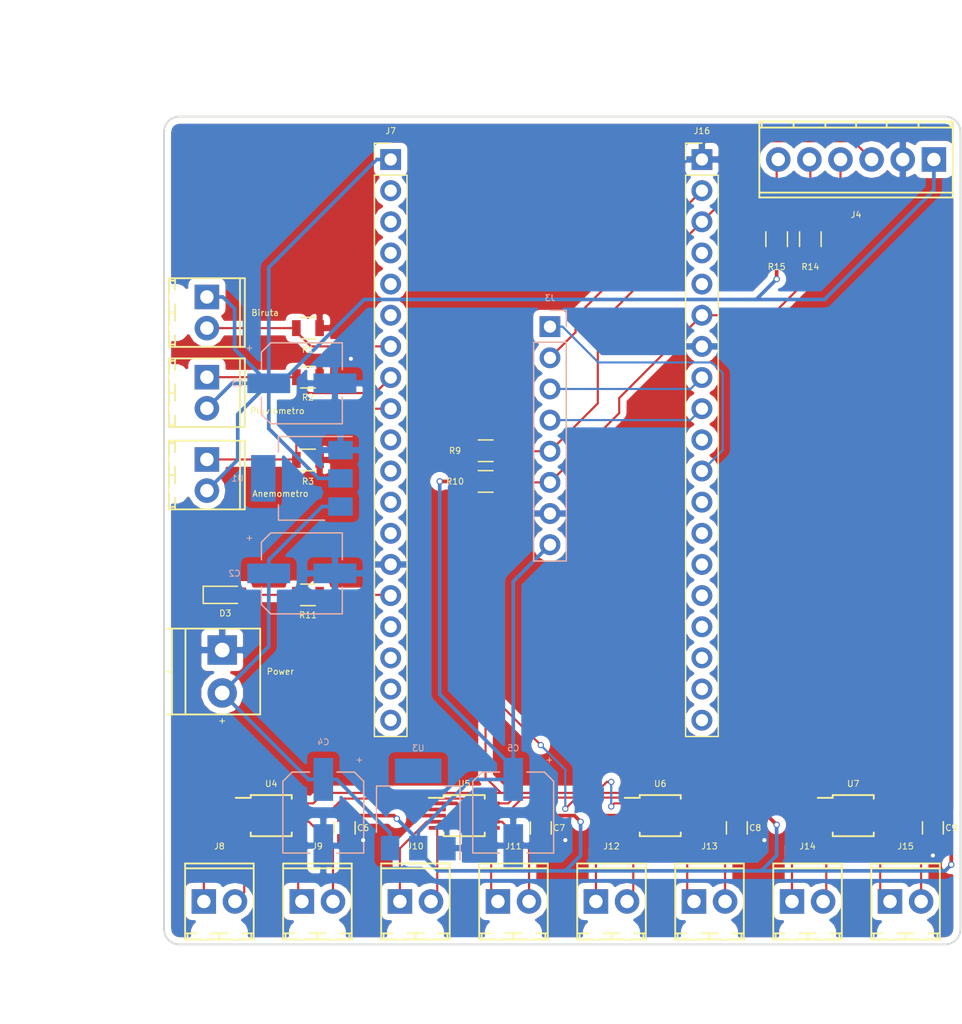
<source format=kicad_pcb>
(kicad_pcb (version 4) (host pcbnew 4.0.7-e2-6376~58~ubuntu16.04.1)
  (layers (0 F.Cu signal) (31 B.Cu signal) (34 B.Paste user) (35 F.Paste user) (36 B.SilkS user) (37 F.SilkS user) (38 B.Mask user) (39 F.Mask user) (44 Edge.Cuts user))
  (net 0 "")
  (net 1 +3V3)
  (net 2 GND)
  (net 3 "Net-(J5-Pad1)")
  (net 4 "Net-(J6-Pad1)")
  (net 5 "Net-(C2-Pad1)")
  (net 6 "Net-(D3-Pad2)")
  (net 7 "Net-(J4-Pad5)")
  (net 8 "Net-(J4-Pad6)")
  (net 9 +5V)
  (net 10 "Net-(J1-Pad2)")
  (net 11 CS)
  (net 12 MOSI)
  (net 13 MISO)
  (net 14 SCK)
  (net 15 SCL)
  (net 16 SDA)
  (net 17 "Net-(J8-Pad2)")
  (net 18 "Net-(J8-Pad1)")
  (net 19 "Net-(J9-Pad2)")
  (net 20 "Net-(J9-Pad1)")
  (net 21 "Net-(J10-Pad2)")
  (net 22 "Net-(J10-Pad1)")
  (net 23 "Net-(J11-Pad2)")
  (net 24 "Net-(J11-Pad1)")
  (net 25 "Net-(J12-Pad2)")
  (net 26 "Net-(J12-Pad1)")
  (net 27 "Net-(J13-Pad2)")
  (net 28 "Net-(J13-Pad1)")
  (net 29 "Net-(J14-Pad2)")
  (net 30 "Net-(J14-Pad1)")
  (net 31 "Net-(J15-Pad2)")
  (net 32 "Net-(J15-Pad1)")
  (net 33 "Net-(J7-Pad15)")
  (module Pin_Headers:Pin_Header_Straight_1x08_Pitch2.54mm (layer B.Cu) (at 134 44.63 180)
    (fp_text reference J3 (at 0 2.33 360) (layer B.SilkS) (effects (font (size 0.5 0.5) (thickness 0.075)) (justify mirror)))
    (fp_text value DataLogger)
    (pad 1 thru_hole rect (at 0 0 180) (size 1.7 1.7) (drill 1) (layers *.Cu *.Mask) (net 11 CS))
    (pad 2 thru_hole oval (at 0 -2.54 180) (size 1.7 1.7) (drill 1) (layers *.Cu *.Mask) (net 12 MOSI))
    (pad 3 thru_hole oval (at 0 -5.08 180) (size 1.7 1.7) (drill 1) (layers *.Cu *.Mask) (net 13 MISO))
    (pad 4 thru_hole oval (at 0 -7.62 180) (size 1.7 1.7) (drill 1) (layers *.Cu *.Mask) (net 14 SCK))
    (pad 5 thru_hole oval (at 0 -10.16 180) (size 1.7 1.7) (drill 1) (layers *.Cu *.Mask) (net 15 SCL))
    (pad 6 thru_hole oval (at 0 -12.7 180) (size 1.7 1.7) (drill 1) (layers *.Cu *.Mask) (net 16 SDA))
    (pad 7 thru_hole oval (at 0 -15.24 180) (size 1.7 1.7) (drill 1) (layers *.Cu *.Mask) (net 2 GND))
    (pad 8 thru_hole oval (at 0 -17.78 180) (size 1.7 1.7) (drill 1) (layers *.Cu *.Mask) (net 9 +5V))
  )
  (module Capacitors_SMD:CP_Elec_6.3x7.7 (layer B.Cu) (at 113.75 64.75)
    (fp_text reference C2 (at -5.5 0) (layer B.SilkS) (effects (font (size 0.5 0.5) (thickness 0.075)) (justify mirror)))
    (fp_text value 22μF)
    (fp_text user + (at -4.28 -2.91) (layer B.SilkS) (effects (font (size 0.5 0.5) (thickness 0.075)) (justify mirror)))
    (pad 1 smd rect (at -2.7 0 180) (size 3.5 1.6) (layers B.Cu B.Paste B.Mask) (net 5 "Net-(C2-Pad1)"))
    (pad 2 smd rect (at 2.7 0 180) (size 3.5 1.6) (layers B.Cu B.Paste B.Mask) (net 2 GND))
  )
  (module Capacitors_SMD:CP_Elec_6.3x7.7 (layer B.Cu) (at 113.75 49.25)
    (fp_text reference C3 (at -5.25 0) (layer B.SilkS) (effects (font (size 0.5 0.5) (thickness 0.075)) (justify mirror)))
    (fp_text value 22μF)
    (fp_text user + (at -4.28 -2.91) (layer B.SilkS) (effects (font (size 0.5 0.5) (thickness 0.075)) (justify mirror)))
    (pad 1 smd rect (at -2.7 0 180) (size 3.5 1.6) (layers B.Cu B.Paste B.Mask) (net 1 +3V3))
    (pad 2 smd rect (at 2.7 0 180) (size 3.5 1.6) (layers B.Cu B.Paste B.Mask) (net 2 GND))
  )
  (module Capacitors_SMD:CP_Elec_6.3x7.7 (layer B.Cu) (at 115.5 84.25 270)
    (fp_text reference C4 (at -5.75 0 360) (layer B.SilkS) (effects (font (size 0.5 0.5) (thickness 0.075)) (justify mirror)))
    (fp_text value 22μF)
    (fp_text user + (at -4.28 -2.91 270) (layer B.SilkS) (effects (font (size 0.5 0.5) (thickness 0.075)) (justify mirror)))
    (pad 1 smd rect (at -2.7 0 90) (size 3.5 1.6) (layers B.Cu B.Paste B.Mask) (net 5 "Net-(C2-Pad1)"))
    (pad 2 smd rect (at 2.7 0 90) (size 3.5 1.6) (layers B.Cu B.Paste B.Mask) (net 2 GND))
  )
  (module Capacitors_SMD:CP_Elec_6.3x7.7 (layer B.Cu) (at 131 84.25 270)
    (fp_text reference C5 (at -5.25 0 360) (layer B.SilkS) (effects (font (size 0.5 0.5) (thickness 0.075)) (justify mirror)))
    (fp_text value 22μF)
    (fp_text user + (at -4.28 -2.91 270) (layer B.SilkS) (effects (font (size 0.5 0.5) (thickness 0.075)) (justify mirror)))
    (pad 1 smd rect (at -2.7 0 90) (size 3.5 1.6) (layers B.Cu B.Paste B.Mask) (net 9 +5V))
    (pad 2 smd rect (at 2.7 0 90) (size 3.5 1.6) (layers B.Cu B.Paste B.Mask) (net 2 GND))
  )
  (module Capacitors_SMD:C_0805 (layer F.Cu) (at 117.25 85.5 270)
    (fp_text reference C6 (at 0 -1.5 360) (layer F.SilkS) (effects (font (size 0.5 0.5) (thickness 0.075))))
    (fp_text value 0.1uF)
    (pad 1 smd rect (at -1 0 270) (size 1 1.25) (layers F.Cu F.Paste F.Mask) (net 9 +5V))
    (pad 2 smd rect (at 1 0 270) (size 1 1.25) (layers F.Cu F.Paste F.Mask) (net 2 GND))
  )
  (module Capacitors_SMD:C_0805 (layer F.Cu) (at 133.25 85.5 270)
    (fp_text reference C7 (at 0 -1.5 540) (layer F.SilkS) (effects (font (size 0.5 0.5) (thickness 0.075))))
    (fp_text value 0.1uF)
    (pad 1 smd rect (at -1 0 270) (size 1 1.25) (layers F.Cu F.Paste F.Mask) (net 9 +5V))
    (pad 2 smd rect (at 1 0 270) (size 1 1.25) (layers F.Cu F.Paste F.Mask) (net 2 GND))
  )
  (module Capacitors_SMD:C_0805 (layer F.Cu) (at 149.25 85.5 270)
    (fp_text reference C8 (at 0 -1.5 360) (layer F.SilkS) (effects (font (size 0.5 0.5) (thickness 0.075))))
    (fp_text value 0.1uF)
    (pad 1 smd rect (at -1 0 270) (size 1 1.25) (layers F.Cu F.Paste F.Mask) (net 9 +5V))
    (pad 2 smd rect (at 1 0 270) (size 1 1.25) (layers F.Cu F.Paste F.Mask) (net 2 GND))
  )
  (module Capacitors_SMD:C_0805 (layer F.Cu) (at 165.25 85.5 270)
    (fp_text reference C9 (at 0 -1.5 360) (layer F.SilkS) (effects (font (size 0.5 0.5) (thickness 0.075))))
    (fp_text value 0.1uF)
    (pad 1 smd rect (at -1 0 270) (size 1 1.25) (layers F.Cu F.Paste F.Mask) (net 9 +5V))
    (pad 2 smd rect (at 1 0 270) (size 1 1.25) (layers F.Cu F.Paste F.Mask) (net 2 GND))
  )
  (module LEDs:LED_0805 (layer F.Cu) (at 107.5 66.5)
    (fp_text reference D3 (at 0 1.5) (layer F.SilkS) (effects (font (size 0.5 0.5) (thickness 0.075))))
    (fp_text value LED)
    (pad 2 smd rect (at 1.1 0 180) (size 1.2 1.2) (layers F.Cu F.Paste F.Mask) (net 6 "Net-(D3-Pad2)"))
    (pad 1 smd rect (at -1.1 0 180) (size 1.2 1.2) (layers F.Cu F.Paste F.Mask) (net 2 GND))
  )
  (module TerminalBlock_Phoenix:TerminalBlock_Phoenix_MPT-2.54mm_2pol (layer F.Cu) (at 106 42.21 270)
    (fp_text reference Biruta (at 1.29 -4.75 360) (layer F.SilkS) (effects (font (size 0.5 0.5) (thickness 0.075))))
    (fp_text value Biruta)
    (pad 2 thru_hole oval (at 2.54 0 270) (size 1.99898 1.99898) (drill 1.09728) (layers *.Cu *.Mask) (net 10 "Net-(J1-Pad2)"))
    (pad 1 thru_hole rect (at 0 0 270) (size 1.99898 1.99898) (drill 1.09728) (layers *.Cu *.Mask) (net 1 +3V3))
    (pad "" np_thru_hole circle (at 0 2.54 270) (size 1.1 1.1) (drill 1.1) (layers *.Cu *.Mask))
    (pad "" np_thru_hole circle (at 2.54 2.54 270) (size 1.1 1.1) (drill 1.1) (layers *.Cu *.Mask))
  )
  (module TerminalBlock_Phoenix:TerminalBlock_Phoenix_PT-3.5mm_2pol (layer F.Cu) (at 107.25 71 270)
    (fp_text reference Power (at 1.75 -4.75 360) (layer F.SilkS) (effects (font (size 0.5 0.5) (thickness 0.075))))
    (fp_text value Power)
    (pad 2 thru_hole circle (at 3.5 0 270) (size 2.4 2.4) (drill 1.2) (layers *.Cu *.Mask) (net 5 "Net-(C2-Pad1)"))
    (pad 1 thru_hole rect (at 0 0 270) (size 2.4 2.4) (drill 1.2) (layers *.Cu *.Mask) (net 2 GND))
  )
  (module TerminalBlock_Phoenix:TerminalBlock_Phoenix_MPT-2.54mm_6pol (layer F.Cu) (at 165.33 31 180)
    (fp_text reference J4 (at 6.35 -4.50088 180) (layer F.SilkS) (effects (font (size 0.5 0.5) (thickness 0.075))))
    (fp_text value BME280)
    (pad 4 thru_hole oval (at 7.62 0) (size 1.99898 1.99898) (drill 1.09728) (layers *.Cu *.Mask) (net 16 SDA))
    (pad 1 thru_hole rect (at 0 0) (size 1.99898 1.99898) (drill 1.09728) (layers *.Cu *.Mask) (net 1 +3V3))
    (pad 2 thru_hole oval (at 2.54 0) (size 1.99898 1.99898) (drill 1.09728) (layers *.Cu *.Mask) (net 2 GND))
    (pad 3 thru_hole oval (at 5.08 0) (size 1.99898 1.99898) (drill 1.09728) (layers *.Cu *.Mask) (net 15 SCL))
    (pad 5 thru_hole oval (at 10.16 0) (size 1.99898 1.99898) (drill 1.09728) (layers *.Cu *.Mask) (net 7 "Net-(J4-Pad5)"))
    (pad 6 thru_hole oval (at 12.7 0) (size 1.99898 1.99898) (drill 1.09728) (layers *.Cu *.Mask) (net 8 "Net-(J4-Pad6)"))
  )
  (module TerminalBlock_Phoenix:TerminalBlock_Phoenix_MPT-2.54mm_2pol (layer F.Cu) (at 106 48.75 270)
    (fp_text reference Pluviometro (at 2.75 -5.75 360) (layer F.SilkS) (effects (font (size 0.5 0.5) (thickness 0.075))))
    (fp_text value Pluviometro)
    (pad 2 thru_hole oval (at 2.54 0 270) (size 1.99898 1.99898) (drill 1.09728) (layers *.Cu *.Mask) (net 1 +3V3))
    (pad 1 thru_hole rect (at 0 0 270) (size 1.99898 1.99898) (drill 1.09728) (layers *.Cu *.Mask) (net 3 "Net-(J5-Pad1)"))
    (pad "" np_thru_hole circle (at 0 2.54 270) (size 1.1 1.1) (drill 1.1) (layers *.Cu *.Mask))
    (pad "" np_thru_hole circle (at 2.54 2.54 270) (size 1.1 1.1) (drill 1.1) (layers *.Cu *.Mask))
  )
  (module TerminalBlock_Phoenix:TerminalBlock_Phoenix_MPT-2.54mm_2pol (layer F.Cu) (at 106 55.46 270)
    (fp_text reference Anemometro (at 2.79 -6 360) (layer F.SilkS) (effects (font (size 0.5 0.5) (thickness 0.075))))
    (fp_text value Anemometro)
    (pad 2 thru_hole oval (at 2.54 0 270) (size 1.99898 1.99898) (drill 1.09728) (layers *.Cu *.Mask) (net 1 +3V3))
    (pad 1 thru_hole rect (at 0 0 270) (size 1.99898 1.99898) (drill 1.09728) (layers *.Cu *.Mask) (net 4 "Net-(J6-Pad1)"))
    (pad "" np_thru_hole circle (at 0 2.54 270) (size 1.1 1.1) (drill 1.1) (layers *.Cu *.Mask))
    (pad "" np_thru_hole circle (at 2.54 2.54 270) (size 1.1 1.1) (drill 1.1) (layers *.Cu *.Mask))
  )
  (module Pin_Headers:Pin_Header_Straight_1x19_Pitch2.54mm (layer F.Cu) (at 121 31)
    (fp_text reference J7 (at 0 -2.33) (layer F.SilkS) (effects (font (size 0.5 0.5) (thickness 0.075))))
    (fp_text value Conn_01x19)
    (pad 1 thru_hole rect (at 0 0) (size 1.7 1.7) (drill 1) (layers *.Cu *.Mask) (net 1 +3V3))
    (pad 2 thru_hole oval (at 0 2.54) (size 1.7 1.7) (drill 1) (layers *.Cu *.Mask))
    (pad 3 thru_hole oval (at 0 5.08) (size 1.7 1.7) (drill 1) (layers *.Cu *.Mask))
    (pad 4 thru_hole oval (at 0 7.62) (size 1.7 1.7) (drill 1) (layers *.Cu *.Mask))
    (pad 5 thru_hole oval (at 0 10.16) (size 1.7 1.7) (drill 1) (layers *.Cu *.Mask))
    (pad 6 thru_hole oval (at 0 12.7) (size 1.7 1.7) (drill 1) (layers *.Cu *.Mask))
    (pad 7 thru_hole oval (at 0 15.24) (size 1.7 1.7) (drill 1) (layers *.Cu *.Mask) (net 10 "Net-(J1-Pad2)"))
    (pad 8 thru_hole oval (at 0 17.78) (size 1.7 1.7) (drill 1) (layers *.Cu *.Mask) (net 3 "Net-(J5-Pad1)"))
    (pad 9 thru_hole oval (at 0 20.32) (size 1.7 1.7) (drill 1) (layers *.Cu *.Mask) (net 4 "Net-(J6-Pad1)"))
    (pad 10 thru_hole oval (at 0 22.86) (size 1.7 1.7) (drill 1) (layers *.Cu *.Mask))
    (pad 11 thru_hole oval (at 0 25.4) (size 1.7 1.7) (drill 1) (layers *.Cu *.Mask))
    (pad 12 thru_hole oval (at 0 27.94) (size 1.7 1.7) (drill 1) (layers *.Cu *.Mask))
    (pad 13 thru_hole oval (at 0 30.48) (size 1.7 1.7) (drill 1) (layers *.Cu *.Mask))
    (pad 14 thru_hole oval (at 0 33.02) (size 1.7 1.7) (drill 1) (layers *.Cu *.Mask) (net 2 GND))
    (pad 15 thru_hole oval (at 0 35.56) (size 1.7 1.7) (drill 1) (layers *.Cu *.Mask) (net 33 "Net-(J7-Pad15)"))
    (pad 16 thru_hole oval (at 0 38.1) (size 1.7 1.7) (drill 1) (layers *.Cu *.Mask))
    (pad 17 thru_hole oval (at 0 40.64) (size 1.7 1.7) (drill 1) (layers *.Cu *.Mask))
    (pad 18 thru_hole oval (at 0 43.18) (size 1.7 1.7) (drill 1) (layers *.Cu *.Mask))
    (pad 19 thru_hole oval (at 0 45.72) (size 1.7 1.7) (drill 1) (layers *.Cu *.Mask))
  )
  (module TerminalBlock_Phoenix:TerminalBlock_Phoenix_MPT-2.54mm_2pol (layer F.Cu) (at 105.75 91.5)
    (fp_text reference J8 (at 1.27 -4.50088) (layer F.SilkS) (effects (font (size 0.5 0.5) (thickness 0.075))))
    (fp_text value Conn_01x02)
    (pad 2 thru_hole oval (at 2.54 0) (size 1.99898 1.99898) (drill 1.09728) (layers *.Cu *.Mask) (net 17 "Net-(J8-Pad2)"))
    (pad 1 thru_hole rect (at 0 0) (size 1.99898 1.99898) (drill 1.09728) (layers *.Cu *.Mask) (net 18 "Net-(J8-Pad1)"))
    (pad "" np_thru_hole circle (at 0 2.54) (size 1.1 1.1) (drill 1.1) (layers *.Cu *.Mask))
    (pad "" np_thru_hole circle (at 2.54 2.54) (size 1.1 1.1) (drill 1.1) (layers *.Cu *.Mask))
  )
  (module TerminalBlock_Phoenix:TerminalBlock_Phoenix_MPT-2.54mm_2pol (layer F.Cu) (at 113.75 91.5)
    (fp_text reference J9 (at 1.27 -4.50088) (layer F.SilkS) (effects (font (size 0.5 0.5) (thickness 0.075))))
    (fp_text value Conn_01x02)
    (pad 2 thru_hole oval (at 2.54 0) (size 1.99898 1.99898) (drill 1.09728) (layers *.Cu *.Mask) (net 19 "Net-(J9-Pad2)"))
    (pad 1 thru_hole rect (at 0 0) (size 1.99898 1.99898) (drill 1.09728) (layers *.Cu *.Mask) (net 20 "Net-(J9-Pad1)"))
    (pad "" np_thru_hole circle (at 0 2.54) (size 1.1 1.1) (drill 1.1) (layers *.Cu *.Mask))
    (pad "" np_thru_hole circle (at 2.54 2.54) (size 1.1 1.1) (drill 1.1) (layers *.Cu *.Mask))
  )
  (module TerminalBlock_Phoenix:TerminalBlock_Phoenix_MPT-2.54mm_2pol (layer F.Cu) (at 121.75 91.5)
    (fp_text reference J10 (at 1.27 -4.50088) (layer F.SilkS) (effects (font (size 0.5 0.5) (thickness 0.075))))
    (fp_text value Conn_01x02)
    (pad 2 thru_hole oval (at 2.54 0) (size 1.99898 1.99898) (drill 1.09728) (layers *.Cu *.Mask) (net 21 "Net-(J10-Pad2)"))
    (pad 1 thru_hole rect (at 0 0) (size 1.99898 1.99898) (drill 1.09728) (layers *.Cu *.Mask) (net 22 "Net-(J10-Pad1)"))
    (pad "" np_thru_hole circle (at 0 2.54) (size 1.1 1.1) (drill 1.1) (layers *.Cu *.Mask))
    (pad "" np_thru_hole circle (at 2.54 2.54) (size 1.1 1.1) (drill 1.1) (layers *.Cu *.Mask))
  )
  (module TerminalBlock_Phoenix:TerminalBlock_Phoenix_MPT-2.54mm_2pol (layer F.Cu) (at 129.75 91.5)
    (fp_text reference J11 (at 1.27 -4.50088) (layer F.SilkS) (effects (font (size 0.5 0.5) (thickness 0.075))))
    (fp_text value Conn_01x02)
    (pad 2 thru_hole oval (at 2.54 0) (size 1.99898 1.99898) (drill 1.09728) (layers *.Cu *.Mask) (net 23 "Net-(J11-Pad2)"))
    (pad 1 thru_hole rect (at 0 0) (size 1.99898 1.99898) (drill 1.09728) (layers *.Cu *.Mask) (net 24 "Net-(J11-Pad1)"))
    (pad "" np_thru_hole circle (at 0 2.54) (size 1.1 1.1) (drill 1.1) (layers *.Cu *.Mask))
    (pad "" np_thru_hole circle (at 2.54 2.54) (size 1.1 1.1) (drill 1.1) (layers *.Cu *.Mask))
  )
  (module TerminalBlock_Phoenix:TerminalBlock_Phoenix_MPT-2.54mm_2pol (layer F.Cu) (at 137.75 91.5)
    (fp_text reference J12 (at 1.27 -4.50088) (layer F.SilkS) (effects (font (size 0.5 0.5) (thickness 0.075))))
    (fp_text value Conn_01x02)
    (pad 2 thru_hole oval (at 2.54 0) (size 1.99898 1.99898) (drill 1.09728) (layers *.Cu *.Mask) (net 25 "Net-(J12-Pad2)"))
    (pad 1 thru_hole rect (at 0 0) (size 1.99898 1.99898) (drill 1.09728) (layers *.Cu *.Mask) (net 26 "Net-(J12-Pad1)"))
    (pad "" np_thru_hole circle (at 0 2.54) (size 1.1 1.1) (drill 1.1) (layers *.Cu *.Mask))
    (pad "" np_thru_hole circle (at 2.54 2.54) (size 1.1 1.1) (drill 1.1) (layers *.Cu *.Mask))
  )
  (module TerminalBlock_Phoenix:TerminalBlock_Phoenix_MPT-2.54mm_2pol (layer F.Cu) (at 145.75 91.5)
    (fp_text reference J13 (at 1.27 -4.50088) (layer F.SilkS) (effects (font (size 0.5 0.5) (thickness 0.075))))
    (fp_text value Conn_01x02)
    (pad 2 thru_hole oval (at 2.54 0) (size 1.99898 1.99898) (drill 1.09728) (layers *.Cu *.Mask) (net 27 "Net-(J13-Pad2)"))
    (pad 1 thru_hole rect (at 0 0) (size 1.99898 1.99898) (drill 1.09728) (layers *.Cu *.Mask) (net 28 "Net-(J13-Pad1)"))
    (pad "" np_thru_hole circle (at 0 2.54) (size 1.1 1.1) (drill 1.1) (layers *.Cu *.Mask))
    (pad "" np_thru_hole circle (at 2.54 2.54) (size 1.1 1.1) (drill 1.1) (layers *.Cu *.Mask))
  )
  (module TerminalBlock_Phoenix:TerminalBlock_Phoenix_MPT-2.54mm_2pol (layer F.Cu) (at 153.75 91.5)
    (fp_text reference J14 (at 1.27 -4.50088) (layer F.SilkS) (effects (font (size 0.5 0.5) (thickness 0.075))))
    (fp_text value Conn_01x02)
    (pad 2 thru_hole oval (at 2.54 0) (size 1.99898 1.99898) (drill 1.09728) (layers *.Cu *.Mask) (net 29 "Net-(J14-Pad2)"))
    (pad 1 thru_hole rect (at 0 0) (size 1.99898 1.99898) (drill 1.09728) (layers *.Cu *.Mask) (net 30 "Net-(J14-Pad1)"))
    (pad "" np_thru_hole circle (at 0 2.54) (size 1.1 1.1) (drill 1.1) (layers *.Cu *.Mask))
    (pad "" np_thru_hole circle (at 2.54 2.54) (size 1.1 1.1) (drill 1.1) (layers *.Cu *.Mask))
  )
  (module TerminalBlock_Phoenix:TerminalBlock_Phoenix_MPT-2.54mm_2pol (layer F.Cu) (at 161.75 91.5)
    (fp_text reference J15 (at 1.27 -4.50088) (layer F.SilkS) (effects (font (size 0.5 0.5) (thickness 0.075))))
    (fp_text value Conn_01x02)
    (pad 2 thru_hole oval (at 2.54 0) (size 1.99898 1.99898) (drill 1.09728) (layers *.Cu *.Mask) (net 31 "Net-(J15-Pad2)"))
    (pad 1 thru_hole rect (at 0 0) (size 1.99898 1.99898) (drill 1.09728) (layers *.Cu *.Mask) (net 32 "Net-(J15-Pad1)"))
    (pad "" np_thru_hole circle (at 0 2.54) (size 1.1 1.1) (drill 1.1) (layers *.Cu *.Mask))
    (pad "" np_thru_hole circle (at 2.54 2.54) (size 1.1 1.1) (drill 1.1) (layers *.Cu *.Mask))
  )
  (module Pin_Headers:Pin_Header_Straight_1x19_Pitch2.54mm (layer F.Cu) (at 146.4 31)
    (fp_text reference J16 (at 0 -2.33) (layer F.SilkS) (effects (font (size 0.5 0.5) (thickness 0.075))))
    (fp_text value Conn_01x19)
    (pad 1 thru_hole rect (at 0 0) (size 1.7 1.7) (drill 1) (layers *.Cu *.Mask) (net 2 GND))
    (pad 2 thru_hole oval (at 0 2.54) (size 1.7 1.7) (drill 1) (layers *.Cu *.Mask) (net 12 MOSI))
    (pad 3 thru_hole oval (at 0 5.08) (size 1.7 1.7) (drill 1) (layers *.Cu *.Mask) (net 15 SCL))
    (pad 4 thru_hole oval (at 0 7.62) (size 1.7 1.7) (drill 1) (layers *.Cu *.Mask))
    (pad 5 thru_hole oval (at 0 10.16) (size 1.7 1.7) (drill 1) (layers *.Cu *.Mask))
    (pad 6 thru_hole oval (at 0 12.7) (size 1.7 1.7) (drill 1) (layers *.Cu *.Mask) (net 16 SDA))
    (pad 7 thru_hole oval (at 0 15.24) (size 1.7 1.7) (drill 1) (layers *.Cu *.Mask) (net 2 GND))
    (pad 8 thru_hole oval (at 0 17.78) (size 1.7 1.7) (drill 1) (layers *.Cu *.Mask) (net 13 MISO))
    (pad 9 thru_hole oval (at 0 20.32) (size 1.7 1.7) (drill 1) (layers *.Cu *.Mask) (net 14 SCK))
    (pad 10 thru_hole oval (at 0 22.86) (size 1.7 1.7) (drill 1) (layers *.Cu *.Mask))
    (pad 11 thru_hole oval (at 0 25.4) (size 1.7 1.7) (drill 1) (layers *.Cu *.Mask) (net 11 CS))
    (pad 12 thru_hole oval (at 0 27.94) (size 1.7 1.7) (drill 1) (layers *.Cu *.Mask))
    (pad 13 thru_hole oval (at 0 30.48) (size 1.7 1.7) (drill 1) (layers *.Cu *.Mask))
    (pad 14 thru_hole oval (at 0 33.02) (size 1.7 1.7) (drill 1) (layers *.Cu *.Mask))
    (pad 15 thru_hole oval (at 0 35.56) (size 1.7 1.7) (drill 1) (layers *.Cu *.Mask))
    (pad 16 thru_hole oval (at 0 38.1) (size 1.7 1.7) (drill 1) (layers *.Cu *.Mask))
    (pad 17 thru_hole oval (at 0 40.64) (size 1.7 1.7) (drill 1) (layers *.Cu *.Mask))
    (pad 18 thru_hole oval (at 0 43.18) (size 1.7 1.7) (drill 1) (layers *.Cu *.Mask))
    (pad 19 thru_hole oval (at 0 45.72) (size 1.7 1.7) (drill 1) (layers *.Cu *.Mask))
  )
  (module Resistors_SMD:R_0805 (layer F.Cu) (at 114.25 44.75)
    (fp_text reference R1 (at 0 1.75) (layer F.SilkS) (effects (font (size 0.5 0.5) (thickness 0.075))))
    (fp_text value 10K)
    (pad 1 smd rect (at -0.95 0) (size 0.7 1.3) (layers F.Cu F.Paste F.Mask) (net 10 "Net-(J1-Pad2)"))
    (pad 2 smd rect (at 0.95 0) (size 0.7 1.3) (layers F.Cu F.Paste F.Mask) (net 2 GND))
  )
  (module Resistors_SMD:R_0805 (layer F.Cu) (at 114.25 48.75 180)
    (fp_text reference R2 (at 0 -1.65 180) (layer F.SilkS) (effects (font (size 0.5 0.5) (thickness 0.075))))
    (fp_text value 10K)
    (pad 1 smd rect (at -0.95 0 180) (size 0.7 1.3) (layers F.Cu F.Paste F.Mask) (net 2 GND))
    (pad 2 smd rect (at 0.95 0 180) (size 0.7 1.3) (layers F.Cu F.Paste F.Mask) (net 3 "Net-(J5-Pad1)"))
  )
  (module Resistors_SMD:R_0805 (layer F.Cu) (at 114.25 55.5)
    (fp_text reference R3 (at 0 1.75) (layer F.SilkS) (effects (font (size 0.5 0.5) (thickness 0.075))))
    (fp_text value 10K)
    (pad 1 smd rect (at -0.95 0) (size 0.7 1.3) (layers F.Cu F.Paste F.Mask) (net 4 "Net-(J6-Pad1)"))
    (pad 2 smd rect (at 0.95 0) (size 0.7 1.3) (layers F.Cu F.Paste F.Mask) (net 2 GND))
  )
  (module Resistors_SMD:R_0805 (layer F.Cu) (at 128.75 54.75)
    (fp_text reference R9 (at -2.5 0) (layer F.SilkS) (effects (font (size 0.5 0.5) (thickness 0.075))))
    (fp_text value 10k)
    (pad 1 smd rect (at -0.95 0) (size 0.7 1.3) (layers F.Cu F.Paste F.Mask) (net 9 +5V))
    (pad 2 smd rect (at 0.95 0) (size 0.7 1.3) (layers F.Cu F.Paste F.Mask) (net 15 SCL))
  )
  (module Resistors_SMD:R_0805 (layer F.Cu) (at 128.75 57.25)
    (fp_text reference R10 (at -2.5 0) (layer F.SilkS) (effects (font (size 0.5 0.5) (thickness 0.075))))
    (fp_text value 10k)
    (pad 1 smd rect (at -0.95 0) (size 0.7 1.3) (layers F.Cu F.Paste F.Mask) (net 9 +5V))
    (pad 2 smd rect (at 0.95 0) (size 0.7 1.3) (layers F.Cu F.Paste F.Mask) (net 16 SDA))
  )
  (module Resistors_SMD:R_0805 (layer F.Cu) (at 114.25 66.5 180)
    (fp_text reference R11 (at 0 -1.65 180) (layer F.SilkS) (effects (font (size 0.5 0.5) (thickness 0.075))))
    (fp_text value 330)
    (pad 1 smd rect (at -0.95 0 180) (size 0.7 1.3) (layers F.Cu F.Paste F.Mask) (net 33 "Net-(J7-Pad15)"))
    (pad 2 smd rect (at 0.95 0 180) (size 0.7 1.3) (layers F.Cu F.Paste F.Mask) (net 6 "Net-(D3-Pad2)"))
  )
  (module Resistors_SMD:R_0805 (layer F.Cu) (at 155.25 37.5 270)
    (fp_text reference R14 (at 2.25 0 360) (layer F.SilkS) (effects (font (size 0.5 0.5) (thickness 0.075))))
    (fp_text value 10K)
    (pad 1 smd rect (at -0.95 0 270) (size 0.7 1.3) (layers F.Cu F.Paste F.Mask) (net 7 "Net-(J4-Pad5)"))
    (pad 2 smd rect (at 0.95 0 270) (size 0.7 1.3) (layers F.Cu F.Paste F.Mask) (net 1 +3V3))
  )
  (module Resistors_SMD:R_0805 (layer F.Cu) (at 152.5 37.5 270)
    (fp_text reference R15 (at 2.25 0 360) (layer F.SilkS) (effects (font (size 0.5 0.5) (thickness 0.075))))
    (fp_text value 10K)
    (pad 1 smd rect (at -0.95 0 270) (size 0.7 1.3) (layers F.Cu F.Paste F.Mask) (net 8 "Net-(J4-Pad6)"))
    (pad 2 smd rect (at 0.95 0 270) (size 0.7 1.3) (layers F.Cu F.Paste F.Mask) (net 1 +3V3))
  )
  (module TO_SOT_Packages_SMD:SOT-223 (layer B.Cu) (at 113.75 57 180)
    (fp_text reference U1 (at 5.25 0 180) (layer B.SilkS) (effects (font (size 0.5 0.5) (thickness 0.075)) (justify mirror)))
    (fp_text value AP1117-33)
    (pad 4 smd rect (at 3.15 0 180) (size 2 3.8) (layers B.Cu B.Paste B.Mask))
    (pad 2 smd rect (at -3.15 0 180) (size 2 1.5) (layers B.Cu B.Paste B.Mask) (net 1 +3V3))
    (pad 3 smd rect (at -3.15 -2.3 180) (size 2 1.5) (layers B.Cu B.Paste B.Mask) (net 5 "Net-(C2-Pad1)"))
    (pad 1 smd rect (at -3.15 2.3 180) (size 2 1.5) (layers B.Cu B.Paste B.Mask) (net 2 GND))
  )
  (module TO_SOT_Packages_SMD:SOT-223 (layer B.Cu) (at 123.25 84 90)
    (fp_text reference U3 (at 5 0 180) (layer B.SilkS) (effects (font (size 0.5 0.5) (thickness 0.075)) (justify mirror)))
    (fp_text value AP1117-33)
    (pad 4 smd rect (at 3.15 0 90) (size 2 3.8) (layers B.Cu B.Paste B.Mask))
    (pad 2 smd rect (at -3.15 0 90) (size 2 1.5) (layers B.Cu B.Paste B.Mask) (net 9 +5V))
    (pad 3 smd rect (at -3.15 -2.3 90) (size 2 1.5) (layers B.Cu B.Paste B.Mask) (net 5 "Net-(C2-Pad1)"))
    (pad 1 smd rect (at -3.15 2.3 90) (size 2 1.5) (layers B.Cu B.Paste B.Mask) (net 2 GND))
  )
  (module Housings_SSOP:MSOP-10_3x3mm_Pitch0.5mm (layer F.Cu) (at 111.25 84.5)
    (fp_text reference U4 (at 0 -2.6) (layer F.SilkS) (effects (font (size 0.5 0.5) (thickness 0.075))))
    (fp_text value ADS1115)
    (pad 1 smd rect (at -2.2 -1) (size 1.4 0.3) (layers F.Cu F.Paste F.Mask) (net 2 GND))
    (pad 2 smd rect (at -2.2 -0.5) (size 1.4 0.3) (layers F.Cu F.Paste F.Mask))
    (pad 3 smd rect (at -2.2 0) (size 1.4 0.3) (layers F.Cu F.Paste F.Mask) (net 2 GND))
    (pad 4 smd rect (at -2.2 0.5) (size 1.4 0.3) (layers F.Cu F.Paste F.Mask) (net 18 "Net-(J8-Pad1)"))
    (pad 5 smd rect (at -2.2 1) (size 1.4 0.3) (layers F.Cu F.Paste F.Mask) (net 17 "Net-(J8-Pad2)"))
    (pad 6 smd rect (at 2.2 1) (size 1.4 0.3) (layers F.Cu F.Paste F.Mask) (net 20 "Net-(J9-Pad1)"))
    (pad 7 smd rect (at 2.2 0.5) (size 1.4 0.3) (layers F.Cu F.Paste F.Mask) (net 19 "Net-(J9-Pad2)"))
    (pad 8 smd rect (at 2.2 0) (size 1.4 0.3) (layers F.Cu F.Paste F.Mask) (net 9 +5V))
    (pad 9 smd rect (at 2.2 -0.5) (size 1.4 0.3) (layers F.Cu F.Paste F.Mask) (net 16 SDA))
    (pad 10 smd rect (at 2.2 -1) (size 1.4 0.3) (layers F.Cu F.Paste F.Mask) (net 15 SCL))
  )
  (module Housings_SSOP:MSOP-10_3x3mm_Pitch0.5mm (layer F.Cu) (at 127 84.5)
    (fp_text reference U5 (at 0 -2.6) (layer F.SilkS) (effects (font (size 0.5 0.5) (thickness 0.075))))
    (fp_text value ADS1115)
    (pad 1 smd rect (at -2.2 -1) (size 1.4 0.3) (layers F.Cu F.Paste F.Mask) (net 9 +5V))
    (pad 2 smd rect (at -2.2 -0.5) (size 1.4 0.3) (layers F.Cu F.Paste F.Mask))
    (pad 3 smd rect (at -2.2 0) (size 1.4 0.3) (layers F.Cu F.Paste F.Mask) (net 2 GND))
    (pad 4 smd rect (at -2.2 0.5) (size 1.4 0.3) (layers F.Cu F.Paste F.Mask) (net 22 "Net-(J10-Pad1)"))
    (pad 5 smd rect (at -2.2 1) (size 1.4 0.3) (layers F.Cu F.Paste F.Mask) (net 21 "Net-(J10-Pad2)"))
    (pad 6 smd rect (at 2.2 1) (size 1.4 0.3) (layers F.Cu F.Paste F.Mask) (net 24 "Net-(J11-Pad1)"))
    (pad 7 smd rect (at 2.2 0.5) (size 1.4 0.3) (layers F.Cu F.Paste F.Mask) (net 23 "Net-(J11-Pad2)"))
    (pad 8 smd rect (at 2.2 0) (size 1.4 0.3) (layers F.Cu F.Paste F.Mask) (net 9 +5V))
    (pad 9 smd rect (at 2.2 -0.5) (size 1.4 0.3) (layers F.Cu F.Paste F.Mask) (net 16 SDA))
    (pad 10 smd rect (at 2.2 -1) (size 1.4 0.3) (layers F.Cu F.Paste F.Mask) (net 15 SCL))
  )
  (module Housings_SSOP:MSOP-10_3x3mm_Pitch0.5mm (layer F.Cu) (at 143 84.5)
    (fp_text reference U6 (at 0 -2.6) (layer F.SilkS) (effects (font (size 0.5 0.5) (thickness 0.075))))
    (fp_text value ADS1115)
    (pad 1 smd rect (at -2.2 -1) (size 1.4 0.3) (layers F.Cu F.Paste F.Mask) (net 15 SCL))
    (pad 2 smd rect (at -2.2 -0.5) (size 1.4 0.3) (layers F.Cu F.Paste F.Mask))
    (pad 3 smd rect (at -2.2 0) (size 1.4 0.3) (layers F.Cu F.Paste F.Mask) (net 2 GND))
    (pad 4 smd rect (at -2.2 0.5) (size 1.4 0.3) (layers F.Cu F.Paste F.Mask) (net 26 "Net-(J12-Pad1)"))
    (pad 5 smd rect (at -2.2 1) (size 1.4 0.3) (layers F.Cu F.Paste F.Mask) (net 25 "Net-(J12-Pad2)"))
    (pad 6 smd rect (at 2.2 1) (size 1.4 0.3) (layers F.Cu F.Paste F.Mask) (net 28 "Net-(J13-Pad1)"))
    (pad 7 smd rect (at 2.2 0.5) (size 1.4 0.3) (layers F.Cu F.Paste F.Mask) (net 27 "Net-(J13-Pad2)"))
    (pad 8 smd rect (at 2.2 0) (size 1.4 0.3) (layers F.Cu F.Paste F.Mask) (net 9 +5V))
    (pad 9 smd rect (at 2.2 -0.5) (size 1.4 0.3) (layers F.Cu F.Paste F.Mask) (net 16 SDA))
    (pad 10 smd rect (at 2.2 -1) (size 1.4 0.3) (layers F.Cu F.Paste F.Mask) (net 15 SCL))
  )
  (module Housings_SSOP:MSOP-10_3x3mm_Pitch0.5mm (layer F.Cu) (at 158.75 84.5)
    (fp_text reference U7 (at 0 -2.6) (layer F.SilkS) (effects (font (size 0.5 0.5) (thickness 0.075))))
    (fp_text value ADS1115)
    (pad 1 smd rect (at -2.2 -1) (size 1.4 0.3) (layers F.Cu F.Paste F.Mask) (net 16 SDA))
    (pad 2 smd rect (at -2.2 -0.5) (size 1.4 0.3) (layers F.Cu F.Paste F.Mask))
    (pad 3 smd rect (at -2.2 0) (size 1.4 0.3) (layers F.Cu F.Paste F.Mask) (net 2 GND))
    (pad 4 smd rect (at -2.2 0.5) (size 1.4 0.3) (layers F.Cu F.Paste F.Mask) (net 30 "Net-(J14-Pad1)"))
    (pad 5 smd rect (at -2.2 1) (size 1.4 0.3) (layers F.Cu F.Paste F.Mask) (net 29 "Net-(J14-Pad2)"))
    (pad 6 smd rect (at 2.2 1) (size 1.4 0.3) (layers F.Cu F.Paste F.Mask) (net 32 "Net-(J15-Pad1)"))
    (pad 7 smd rect (at 2.2 0.5) (size 1.4 0.3) (layers F.Cu F.Paste F.Mask) (net 31 "Net-(J15-Pad2)"))
    (pad 8 smd rect (at 2.2 0) (size 1.4 0.3) (layers F.Cu F.Paste F.Mask) (net 9 +5V))
    (pad 9 smd rect (at 2.2 -0.5) (size 1.4 0.3) (layers F.Cu F.Paste F.Mask) (net 16 SDA))
    (pad 10 smd rect (at 2.2 -1) (size 1.4 0.3) (layers F.Cu F.Paste F.Mask) (net 15 SCL))
  )
  (gr_text + (at 107.25 76.75) (layer F.SilkS) (effects (font (size 0.5 0.5) (thickness 0.075))))
  (gr_arc (start 103.75 93.75) (end 103.75 95) (angle 90) (layer Edge.Cuts) (width 0.15))
  (gr_arc (start 166.25 93.75) (end 167.5 93.75) (angle 90) (layer Edge.Cuts) (width 0.15))
  (gr_arc (start 166.25 28.75) (end 166.25 27.5) (angle 90) (layer Edge.Cuts) (width 0.15))
  (gr_arc (start 103.75 28.75) (end 102.5 28.75) (angle 90) (layer Edge.Cuts) (width 0.15))
  (gr_line (start 167.5 28.75) (end 167.5 93.75) (layer Edge.Cuts) (width 0.15))
  (gr_line (start 103.75 27.5) (end 166.25 27.5) (layer Edge.Cuts) (width 0.15))
  (gr_line (start 102.5 93.75) (end 102.5 28.75) (layer Edge.Cuts) (width 0.15))
  (gr_line (start 166.25 95) (end 103.75 95) (layer Edge.Cuts) (width 0.15))
  (segment (start 152.5 40.75) (end 152.5 38.45) (width 0.3) (layer F.Cu) (net 1))
  (segment (start 150 42.416675) (end 156.405411 42.416675) (width 0.3) (layer B.Cu) (net 1))
  (segment (start 118.833325 42.416675) (end 150 42.416675) (width 0.3) (layer B.Cu) (net 1))
  (segment (start 150 42.416675) (end 150.833325 42.416675) (width 0.3) (layer B.Cu) (net 1))
  (segment (start 150.833325 42.416675) (end 152.5 40.75) (width 0.3) (layer B.Cu) (net 1))
  (via (at 152.5 40.75) (size 0.52) (drill 0.335) (layers F.Cu B.Cu) (net 1))
  (segment (start 111.05 49.25) (end 112 49.25) (width 0.3) (layer B.Cu) (net 1))
  (segment (start 112 49.25) (end 118.833325 42.416675) (width 0.3) (layer B.Cu) (net 1))
  (segment (start 156.405411 42.416675) (end 165.33 33.492086) (width 0.3) (layer B.Cu) (net 1))
  (segment (start 165.33 33.492086) (end 165.33 31) (width 0.3) (layer B.Cu) (net 1))
  (segment (start 111.05 49.25) (end 111.05 39.8) (width 0.3) (layer B.Cu) (net 1))
  (segment (start 111.05 39.8) (end 119.85 31) (width 0.3) (layer B.Cu) (net 1))
  (segment (start 119.85 31) (end 121 31) (width 0.3) (layer B.Cu) (net 1))
  (segment (start 111.05 49.25) (end 108.259684 46.459684) (width 0.3) (layer B.Cu) (net 1))
  (segment (start 108.259684 46.459684) (end 108.259684 43.170194) (width 0.3) (layer B.Cu) (net 1))
  (segment (start 108.259684 43.170194) (end 107.29949 42.21) (width 0.3) (layer B.Cu) (net 1))
  (segment (start 107.29949 42.21) (end 106 42.21) (width 0.3) (layer B.Cu) (net 1))
  (segment (start 111.05 49.25) (end 108.516917 51.783083) (width 0.3) (layer B.Cu) (net 1))
  (segment (start 108.516917 51.783083) (end 108.516917 55.483083) (width 0.3) (layer B.Cu) (net 1))
  (segment (start 108.516917 55.483083) (end 106 58) (width 0.3) (layer B.Cu) (net 1))
  (segment (start 111.05 49.25) (end 108.04 49.25) (width 0.3) (layer B.Cu) (net 1))
  (segment (start 108.04 49.25) (end 106 51.29) (width 0.3) (layer B.Cu) (net 1))
  (segment (start 116.9 57) (end 115.104258 57) (width 0.3) (layer B.Cu) (net 1))
  (segment (start 115.104258 57) (end 111.05 52.945742) (width 0.3) (layer B.Cu) (net 1))
  (segment (start 111.05 52.945742) (end 111.05 50.35) (width 0.3) (layer B.Cu) (net 1))
  (segment (start 111.05 50.35) (end 111.05 49.25) (width 0.3) (layer B.Cu) (net 1))
  (segment (start 152.5 38.45) (end 155.25 38.45) (width 0.3) (layer F.Cu) (net 1))
  (segment (start 115.85 48.75) (end 116.25 48.75) (width 0.3) (layer F.Cu) (net 2))
  (segment (start 116.25 48.75) (end 117.75 47.25) (width 0.3) (layer F.Cu) (net 2))
  (via (at 117.75 47.25) (size 0.52) (drill 0.335) (layers F.Cu B.Cu) (net 2))
  (segment (start 115.2 48.75) (end 115.85 48.75) (width 0.3) (layer F.Cu) (net 2))
  (segment (start 165.25 86.5) (end 165.25 87.75) (width 0.3) (layer F.Cu) (net 2))
  (via (at 165.25 87.75) (size 0.52) (drill 0.335) (layers F.Cu B.Cu) (net 2))
  (segment (start 117.25 86.5) (end 118.75 86.5) (width 0.3) (layer F.Cu) (net 2))
  (via (at 118.75 86.5) (size 0.52) (drill 0.335) (layers F.Cu B.Cu) (net 2))
  (segment (start 133.25 86.5) (end 135.25 86.5) (width 0.3) (layer F.Cu) (net 2))
  (via (at 135.25 86.5) (size 0.52) (drill 0.335) (layers F.Cu B.Cu) (net 2))
  (segment (start 149.25 86.5) (end 151.5 86.5) (width 0.3) (layer F.Cu) (net 2))
  (via (at 151.5 86.5) (size 0.52) (drill 0.335) (layers F.Cu B.Cu) (net 2))
  (segment (start 156.55 84.5) (end 154 84.5) (width 0.3) (layer F.Cu) (net 2))
  (segment (start 140.8 84.5) (end 138.25 84.5) (width 0.3) (layer F.Cu) (net 2))
  (segment (start 124.8 84.5) (end 122.75 84.5) (width 0.3) (layer F.Cu) (net 2))
  (segment (start 109.05 84.5) (end 107.25 84.5) (width 0.3) (layer F.Cu) (net 2))
  (segment (start 109.05 84.5) (end 110.75 84.5) (width 0.3) (layer F.Cu) (net 2))
  (segment (start 109.05 83.5) (end 107.25 83.5) (width 0.3) (layer F.Cu) (net 2))
  (segment (start 109.05 83.5) (end 110.5 83.5) (width 0.3) (layer F.Cu) (net 2))
  (segment (start 113.3 48.75) (end 113.3 49.05) (width 0.175) (layer F.Cu) (net 3))
  (segment (start 113.3 49.05) (end 114.296023 50.046023) (width 0.175) (layer F.Cu) (net 3))
  (segment (start 114.296023 50.046023) (end 119.733977 50.046023) (width 0.175) (layer F.Cu) (net 3))
  (segment (start 119.733977 50.046023) (end 120.150001 49.629999) (width 0.175) (layer F.Cu) (net 3))
  (segment (start 120.150001 49.629999) (end 121 48.78) (width 0.175) (layer F.Cu) (net 3))
  (segment (start 106 48.75) (end 113.3 48.75) (width 0.175) (layer F.Cu) (net 3))
  (segment (start 113.3 55.5) (end 113.3 53.831714) (width 0.175) (layer F.Cu) (net 4))
  (segment (start 113.3 53.831714) (end 115.811714 51.32) (width 0.175) (layer F.Cu) (net 4))
  (segment (start 115.811714 51.32) (end 119.797919 51.32) (width 0.175) (layer F.Cu) (net 4))
  (segment (start 119.797919 51.32) (end 121 51.32) (width 0.175) (layer F.Cu) (net 4))
  (segment (start 106 55.46) (end 113.26 55.46) (width 0.175) (layer F.Cu) (net 4))
  (segment (start 113.26 55.46) (end 113.3 55.5) (width 0.175) (layer F.Cu) (net 4))
  (segment (start 115.5 81.55) (end 116.6 81.55) (width 0.3) (layer B.Cu) (net 5))
  (segment (start 116.6 81.55) (end 120.95 85.9) (width 0.3) (layer B.Cu) (net 5))
  (segment (start 120.95 85.9) (end 120.95 87.15) (width 0.3) (layer B.Cu) (net 5))
  (segment (start 111.05 64.75) (end 111.05 63.65) (width 0.3) (layer B.Cu) (net 5))
  (segment (start 111.05 63.65) (end 115.4 59.3) (width 0.3) (layer B.Cu) (net 5))
  (segment (start 115.4 59.3) (end 115.6 59.3) (width 0.3) (layer B.Cu) (net 5))
  (segment (start 115.6 59.3) (end 116.9 59.3) (width 0.3) (layer B.Cu) (net 5))
  (segment (start 107.25 74.5) (end 114.3 81.55) (width 0.3) (layer B.Cu) (net 5))
  (segment (start 114.3 81.55) (end 115.5 81.55) (width 0.3) (layer B.Cu) (net 5))
  (segment (start 107.25 74.5) (end 111.05 70.7) (width 0.3) (layer B.Cu) (net 5))
  (segment (start 111.05 70.7) (end 111.05 64.75) (width 0.3) (layer B.Cu) (net 5))
  (segment (start 108.6 66.5) (end 113.3 66.5) (width 0.175) (layer F.Cu) (net 6))
  (segment (start 155.25 36.55) (end 155.25 31.08) (width 0.175) (layer F.Cu) (net 7))
  (segment (start 155.25 31.08) (end 155.17 31) (width 0.175) (layer F.Cu) (net 7))
  (segment (start 152.5 36.55) (end 152.5 31.13) (width 0.175) (layer F.Cu) (net 8))
  (segment (start 152.5 31.13) (end 152.63 31) (width 0.175) (layer F.Cu) (net 8))
  (segment (start 124.852401 89.002401) (end 135.25 89.002401) (width 0.3) (layer B.Cu) (net 9))
  (segment (start 135.25 89.002401) (end 151 89.002401) (width 0.3) (layer B.Cu) (net 9))
  (segment (start 136.5 87.752401) (end 135.25 89.002401) (width 0.3) (layer B.Cu) (net 9))
  (segment (start 136.5 85) (end 136.5 87.752401) (width 0.3) (layer B.Cu) (net 9))
  (via (at 136.5 85) (size 0.52) (drill 0.335) (layers F.Cu B.Cu) (net 9))
  (segment (start 133.25 84.5) (end 136 84.5) (width 0.3) (layer F.Cu) (net 9))
  (segment (start 136 84.5) (end 136.5 85) (width 0.3) (layer F.Cu) (net 9))
  (segment (start 151.247599 89.002401) (end 152.5 87.75) (width 0.3) (layer B.Cu) (net 9))
  (segment (start 152.5 87.75) (end 152.5 85.25) (width 0.3) (layer B.Cu) (net 9))
  (segment (start 151 89.002401) (end 166.247599 89.002401) (width 0.3) (layer B.Cu) (net 9))
  (segment (start 151 89.002401) (end 151.247599 89.002401) (width 0.3) (layer B.Cu) (net 9))
  (segment (start 149.25 84.5) (end 151.75 84.5) (width 0.3) (layer F.Cu) (net 9))
  (segment (start 151.75 84.5) (end 152.5 85.25) (width 0.3) (layer F.Cu) (net 9))
  (via (at 152.5 85.25) (size 0.52) (drill 0.335) (layers F.Cu B.Cu) (net 9))
  (segment (start 145.2 84.5) (end 149.25 84.5) (width 0.3) (layer F.Cu) (net 9))
  (segment (start 165.25 84.5) (end 160.95 84.5) (width 0.3) (layer F.Cu) (net 9))
  (segment (start 166.75 88.5) (end 166.75 85.107188) (width 0.3) (layer F.Cu) (net 9))
  (segment (start 166.75 85.107188) (end 166.142812 84.5) (width 0.3) (layer F.Cu) (net 9))
  (segment (start 166.142812 84.5) (end 165.25 84.5) (width 0.3) (layer F.Cu) (net 9))
  (segment (start 123.25 87.15) (end 123.25 87.4) (width 0.3) (layer B.Cu) (net 9))
  (segment (start 123.25 87.4) (end 124.852401 89.002401) (width 0.3) (layer B.Cu) (net 9))
  (via (at 166.75 88.5) (size 0.52) (drill 0.335) (layers F.Cu B.Cu) (net 9))
  (segment (start 166.247599 89.002401) (end 166.75 88.5) (width 0.3) (layer B.Cu) (net 9))
  (segment (start 124.8 83.5) (end 126.357167 83.5) (width 0.3) (layer F.Cu) (net 9))
  (segment (start 126.357167 83.5) (end 127.357167 84.5) (width 0.3) (layer F.Cu) (net 9))
  (segment (start 127.357167 84.5) (end 128.2 84.5) (width 0.3) (layer F.Cu) (net 9))
  (segment (start 128.2 84.5) (end 129.2 84.5) (width 0.3) (layer F.Cu) (net 9))
  (segment (start 121.5 84.75) (end 123.25 86.5) (width 0.3) (layer B.Cu) (net 9))
  (segment (start 123.25 86.5) (end 123.25 87.15) (width 0.3) (layer B.Cu) (net 9))
  (segment (start 117.25 84.5) (end 121.25 84.5) (width 0.3) (layer F.Cu) (net 9))
  (segment (start 121.25 84.5) (end 121.5 84.75) (width 0.3) (layer F.Cu) (net 9))
  (via (at 121.5 84.75) (size 0.52) (drill 0.335) (layers F.Cu B.Cu) (net 9))
  (segment (start 123.25 87.15) (end 123.25 85.85) (width 0.3) (layer B.Cu) (net 9))
  (segment (start 123.25 85.85) (end 127.55 81.55) (width 0.3) (layer B.Cu) (net 9))
  (segment (start 127.55 81.55) (end 129.9 81.55) (width 0.3) (layer B.Cu) (net 9))
  (segment (start 129.9 81.55) (end 131 81.55) (width 0.3) (layer B.Cu) (net 9))
  (segment (start 129.2 84.5) (end 133.25 84.5) (width 0.3) (layer F.Cu) (net 9))
  (segment (start 113.45 84.5) (end 117.25 84.5) (width 0.3) (layer F.Cu) (net 9))
  (segment (start 127.8 54.75) (end 127.8 57.25) (width 0.3) (layer F.Cu) (net 9))
  (segment (start 125 57.25) (end 127.8 57.25) (width 0.3) (layer F.Cu) (net 9))
  (segment (start 131 81.55) (end 131 80.6) (width 0.3) (layer B.Cu) (net 9))
  (segment (start 131 80.6) (end 125 74.6) (width 0.3) (layer B.Cu) (net 9))
  (via (at 125 57.25) (size 0.52) (drill 0.335) (layers F.Cu B.Cu) (net 9))
  (segment (start 125 74.6) (end 125 57.25) (width 0.3) (layer B.Cu) (net 9))
  (segment (start 131 81.55) (end 131 65.41) (width 0.3) (layer B.Cu) (net 9))
  (segment (start 131 65.41) (end 134 62.41) (width 0.3) (layer B.Cu) (net 9))
  (segment (start 113.3 44.75) (end 113.3 45.05) (width 0.175) (layer F.Cu) (net 10))
  (segment (start 113.3 45.05) (end 114.49 46.24) (width 0.175) (layer F.Cu) (net 10))
  (segment (start 114.49 46.24) (end 119.797919 46.24) (width 0.175) (layer F.Cu) (net 10))
  (segment (start 119.797919 46.24) (end 121 46.24) (width 0.175) (layer F.Cu) (net 10))
  (segment (start 106 44.75) (end 113.3 44.75) (width 0.175) (layer F.Cu) (net 10))
  (segment (start 134 44.63) (end 135.025 44.63) (width 0.175) (layer B.Cu) (net 11))
  (segment (start 147.249999 55.550001) (end 146.4 56.4) (width 0.175) (layer B.Cu) (net 11))
  (segment (start 135.025 44.63) (end 137.945596 47.550596) (width 0.175) (layer B.Cu) (net 11))
  (segment (start 148.09592 54.70408) (end 147.249999 55.550001) (width 0.175) (layer B.Cu) (net 11))
  (segment (start 137.945596 47.550596) (end 147.235186 47.550596) (width 0.175) (layer B.Cu) (net 11))
  (segment (start 147.235186 47.550596) (end 148.09592 48.41133) (width 0.175) (layer B.Cu) (net 11))
  (segment (start 148.09592 48.41133) (end 148.09592 54.70408) (width 0.175) (layer B.Cu) (net 11))
  (segment (start 134 47.17) (end 136.087336 45.082664) (width 0.175) (layer F.Cu) (net 12))
  (segment (start 136.087336 45.082664) (end 136.087336 43.852664) (width 0.175) (layer F.Cu) (net 12))
  (segment (start 136.087336 43.852664) (end 145.550001 34.389999) (width 0.175) (layer F.Cu) (net 12))
  (segment (start 145.550001 34.389999) (end 146.4 33.54) (width 0.175) (layer F.Cu) (net 12))
  (segment (start 134 49.71) (end 145.47 49.71) (width 0.175) (layer B.Cu) (net 13))
  (segment (start 145.47 49.71) (end 146.4 48.78) (width 0.175) (layer B.Cu) (net 13))
  (segment (start 134 52.25) (end 145.47 52.25) (width 0.175) (layer B.Cu) (net 14))
  (segment (start 145.47 52.25) (end 146.4 51.32) (width 0.175) (layer B.Cu) (net 14))
  (segment (start 129.7 54.75) (end 129.7 55.05) (width 0.175) (layer F.Cu) (net 15))
  (segment (start 129.7 55.05) (end 128.740431 56.009569) (width 0.175) (layer F.Cu) (net 15))
  (segment (start 128.740431 56.009569) (end 128.740431 81.388608) (width 0.175) (layer F.Cu) (net 15))
  (segment (start 128.740431 81.388608) (end 130 82.648177) (width 0.175) (layer F.Cu) (net 15))
  (segment (start 115.54263 82.648177) (end 130 82.648177) (width 0.175) (layer F.Cu) (net 15))
  (segment (start 130 82.648177) (end 132.25 82.648177) (width 0.175) (layer F.Cu) (net 15))
  (segment (start 132.25 82.648177) (end 137.25 82.648177) (width 0.175) (layer F.Cu) (net 15))
  (segment (start 137.25 82.648177) (end 148.5 82.648177) (width 0.175) (layer F.Cu) (net 15))
  (segment (start 138.64079 81.75) (end 137.742613 82.648177) (width 0.175) (layer F.Cu) (net 15))
  (segment (start 139 81.75) (end 138.64079 81.75) (width 0.175) (layer F.Cu) (net 15))
  (segment (start 137.742613 82.648177) (end 137.25 82.648177) (width 0.175) (layer F.Cu) (net 15))
  (segment (start 139 83.75) (end 139 81.75) (width 0.175) (layer B.Cu) (net 15))
  (via (at 139 81.75) (size 0.508) (drill 0.3302) (layers F.Cu B.Cu) (net 15))
  (segment (start 140.8 83.5) (end 139.25 83.5) (width 0.175) (layer F.Cu) (net 15))
  (segment (start 139.25 83.5) (end 139 83.75) (width 0.175) (layer F.Cu) (net 15))
  (via (at 139 83.75) (size 0.508) (drill 0.3302) (layers F.Cu B.Cu) (net 15))
  (segment (start 148.5 82.648177) (end 158.586649 82.648177) (width 0.175) (layer F.Cu) (net 15))
  (segment (start 158.586649 82.648177) (end 159.438472 83.5) (width 0.175) (layer F.Cu) (net 15))
  (segment (start 159.438472 83.5) (end 160.95 83.5) (width 0.175) (layer F.Cu) (net 15))
  (segment (start 145.2 83.5) (end 146.435844 83.5) (width 0.175) (layer F.Cu) (net 15))
  (segment (start 146.435844 83.5) (end 147.287667 82.648177) (width 0.175) (layer F.Cu) (net 15))
  (segment (start 147.287667 82.648177) (end 148.5 82.648177) (width 0.175) (layer F.Cu) (net 15))
  (segment (start 129.2 83.5) (end 130.595153 83.5) (width 0.175) (layer F.Cu) (net 15))
  (segment (start 130.595153 83.5) (end 131.446976 82.648177) (width 0.175) (layer F.Cu) (net 15))
  (segment (start 131.446976 82.648177) (end 132.25 82.648177) (width 0.175) (layer F.Cu) (net 15))
  (segment (start 113.45 83.5) (end 114.690807 83.5) (width 0.175) (layer F.Cu) (net 15))
  (segment (start 114.690807 83.5) (end 115.54263 82.648177) (width 0.175) (layer F.Cu) (net 15))
  (segment (start 134 54.79) (end 129.74 54.79) (width 0.175) (layer F.Cu) (net 15))
  (segment (start 129.74 54.79) (end 129.7 54.75) (width 0.175) (layer F.Cu) (net 15))
  (segment (start 134 54.79) (end 137.901602 50.888398) (width 0.175) (layer F.Cu) (net 15))
  (segment (start 137.901602 50.888398) (end 137.901602 44.578398) (width 0.175) (layer F.Cu) (net 15))
  (segment (start 137.901602 44.578398) (end 145.550001 36.929999) (width 0.175) (layer F.Cu) (net 15))
  (segment (start 145.550001 36.929999) (end 146.4 36.08) (width 0.175) (layer F.Cu) (net 15))
  (segment (start 160.25 31) (end 158.76248 29.51248) (width 0.175) (layer F.Cu) (net 15))
  (segment (start 158.76248 29.51248) (end 151.891261 29.51248) (width 0.175) (layer F.Cu) (net 15))
  (segment (start 151.891261 29.51248) (end 150.951429 30.452312) (width 0.175) (layer F.Cu) (net 15))
  (segment (start 150.951429 30.452312) (end 150.951429 31.528571) (width 0.175) (layer F.Cu) (net 15))
  (segment (start 150.951429 31.528571) (end 146.4 36.08) (width 0.175) (layer F.Cu) (net 15))
  (segment (start 135.25 83.58438) (end 135.25 83.94359) (width 0.175) (layer B.Cu) (net 16))
  (segment (start 135.25 80.75) (end 135.25 83.58438) (width 0.175) (layer B.Cu) (net 16))
  (segment (start 133.25 78.75) (end 135.25 80.75) (width 0.175) (layer B.Cu) (net 16))
  (segment (start 135.503999 83.689591) (end 135.25 83.94359) (width 0.175) (layer F.Cu) (net 16))
  (via (at 135.25 83.94359) (size 0.508) (drill 0.3302) (layers F.Cu B.Cu) (net 16))
  (segment (start 136.162955 83.030635) (end 135.503999 83.689591) (width 0.175) (layer F.Cu) (net 16))
  (segment (start 138 83.030635) (end 136.162955 83.030635) (width 0.175) (layer F.Cu) (net 16))
  (segment (start 131.772995 83.030635) (end 138 83.030635) (width 0.175) (layer F.Cu) (net 16))
  (segment (start 138 83.030635) (end 143.159393 83.030635) (width 0.175) (layer F.Cu) (net 16))
  (segment (start 129.7 57.25) (end 129.7 75.2) (width 0.175) (layer F.Cu) (net 16))
  (segment (start 129.7 75.2) (end 133.25 78.75) (width 0.175) (layer F.Cu) (net 16))
  (via (at 133.25 78.75) (size 0.508) (drill 0.3302) (layers F.Cu B.Cu) (net 16))
  (segment (start 129.2 84) (end 130.80363 84) (width 0.175) (layer F.Cu) (net 16))
  (segment (start 130.80363 84) (end 131.772995 83.030635) (width 0.175) (layer F.Cu) (net 16))
  (segment (start 143.159393 83.030635) (end 144.128758 84) (width 0.175) (layer F.Cu) (net 16))
  (segment (start 144.128758 84) (end 145.2 84) (width 0.175) (layer F.Cu) (net 16))
  (segment (start 145.2 84) (end 146.612549 84) (width 0.175) (layer F.Cu) (net 16))
  (segment (start 146.612549 84) (end 147.112549 83.5) (width 0.175) (layer F.Cu) (net 16))
  (segment (start 147.112549 83.5) (end 155.675 83.5) (width 0.175) (layer F.Cu) (net 16))
  (segment (start 155.675 83.5) (end 156.55 83.5) (width 0.175) (layer F.Cu) (net 16))
  (segment (start 158.75 83.5) (end 159.25 84) (width 0.175) (layer F.Cu) (net 16))
  (segment (start 159.25 84) (end 160.95 84) (width 0.175) (layer F.Cu) (net 16))
  (segment (start 156.55 83.5) (end 158.75 83.5) (width 0.175) (layer F.Cu) (net 16))
  (segment (start 113.45 84) (end 116.193178 84) (width 0.175) (layer F.Cu) (net 16))
  (segment (start 116.193178 84) (end 117.083079 83.110099) (width 0.175) (layer F.Cu) (net 16))
  (segment (start 117.083079 83.110099) (end 127.435099 83.110099) (width 0.175) (layer F.Cu) (net 16))
  (segment (start 127.435099 83.110099) (end 128.325 84) (width 0.175) (layer F.Cu) (net 16))
  (segment (start 128.325 84) (end 129.2 84) (width 0.175) (layer F.Cu) (net 16))
  (segment (start 134 57.33) (end 129.78 57.33) (width 0.175) (layer F.Cu) (net 16))
  (segment (start 129.78 57.33) (end 129.7 57.25) (width 0.175) (layer F.Cu) (net 16))
  (segment (start 134 57.33) (end 139.649968 51.680032) (width 0.175) (layer F.Cu) (net 16))
  (segment (start 139.649968 51.680032) (end 139.649968 50.450032) (width 0.175) (layer F.Cu) (net 16))
  (segment (start 139.649968 50.450032) (end 145.550001 44.549999) (width 0.175) (layer F.Cu) (net 16))
  (segment (start 145.550001 44.549999) (end 146.4 43.7) (width 0.175) (layer F.Cu) (net 16))
  (segment (start 157.71 31) (end 157.71 38.097461) (width 0.175) (layer F.Cu) (net 16))
  (segment (start 157.71 38.097461) (end 152.107461 43.7) (width 0.175) (layer F.Cu) (net 16))
  (segment (start 152.107461 43.7) (end 147.602081 43.7) (width 0.175) (layer F.Cu) (net 16))
  (segment (start 147.602081 43.7) (end 146.4 43.7) (width 0.175) (layer F.Cu) (net 16))
  (segment (start 109.05 85.5) (end 109.05 90.74) (width 0.175) (layer F.Cu) (net 17))
  (segment (start 109.05 90.74) (end 108.29 91.5) (width 0.175) (layer F.Cu) (net 17))
  (segment (start 109.05 85) (end 108.175 85) (width 0.175) (layer F.Cu) (net 18))
  (segment (start 108.175 85) (end 105.75 87.425) (width 0.175) (layer F.Cu) (net 18))
  (segment (start 105.75 87.425) (end 105.75 90.32551) (width 0.175) (layer F.Cu) (net 18))
  (segment (start 105.75 90.32551) (end 105.75 91.5) (width 0.175) (layer F.Cu) (net 18))
  (segment (start 113.45 85) (end 114.325 85) (width 0.175) (layer F.Cu) (net 19))
  (segment (start 114.325 85) (end 116.29 86.965) (width 0.175) (layer F.Cu) (net 19))
  (segment (start 116.29 86.965) (end 116.29 90.086508) (width 0.175) (layer F.Cu) (net 19))
  (segment (start 116.29 90.086508) (end 116.29 91.5) (width 0.175) (layer F.Cu) (net 19))
  (segment (start 113.45 85.5) (end 113.45 91.2) (width 0.175) (layer F.Cu) (net 20))
  (segment (start 113.45 91.2) (end 113.75 91.5) (width 0.175) (layer F.Cu) (net 20))
  (segment (start 124.8 85.5) (end 124.8 90.99) (width 0.175) (layer F.Cu) (net 21))
  (segment (start 124.8 90.99) (end 124.29 91.5) (width 0.175) (layer F.Cu) (net 21))
  (segment (start 124.8 85) (end 123.925 85) (width 0.175) (layer F.Cu) (net 22))
  (segment (start 123.925 85) (end 121.75 87.175) (width 0.175) (layer F.Cu) (net 22))
  (segment (start 121.75 87.175) (end 121.75 90.32551) (width 0.175) (layer F.Cu) (net 22))
  (segment (start 121.75 90.32551) (end 121.75 91.5) (width 0.175) (layer F.Cu) (net 22))
  (segment (start 129.2 85) (end 130.075 85) (width 0.175) (layer F.Cu) (net 23))
  (segment (start 132.29 90.086508) (end 132.29 91.5) (width 0.175) (layer F.Cu) (net 23))
  (segment (start 130.075 85) (end 132.29 87.215) (width 0.175) (layer F.Cu) (net 23))
  (segment (start 132.29 87.215) (end 132.29 90.086508) (width 0.175) (layer F.Cu) (net 23))
  (segment (start 129.2 85.5) (end 129.2 90.95) (width 0.175) (layer F.Cu) (net 24))
  (segment (start 129.2 90.95) (end 129.75 91.5) (width 0.175) (layer F.Cu) (net 24))
  (segment (start 140.8 85.5) (end 140.8 90.99) (width 0.175) (layer F.Cu) (net 25))
  (segment (start 140.8 90.99) (end 140.29 91.5) (width 0.175) (layer F.Cu) (net 25))
  (segment (start 140.8 85) (end 139.925 85) (width 0.175) (layer F.Cu) (net 26))
  (segment (start 137.75 87.175) (end 137.75 90.32551) (width 0.175) (layer F.Cu) (net 26))
  (segment (start 139.925 85) (end 137.75 87.175) (width 0.175) (layer F.Cu) (net 26))
  (segment (start 137.75 90.32551) (end 137.75 91.5) (width 0.175) (layer F.Cu) (net 26))
  (segment (start 145.2 85) (end 146.075 85) (width 0.175) (layer F.Cu) (net 27))
  (segment (start 146.075 85) (end 148.29 87.215) (width 0.175) (layer F.Cu) (net 27))
  (segment (start 148.29 87.215) (end 148.29 90.086508) (width 0.175) (layer F.Cu) (net 27))
  (segment (start 148.29 90.086508) (end 148.29 91.5) (width 0.175) (layer F.Cu) (net 27))
  (segment (start 145.2 85.5) (end 145.2 90.95) (width 0.175) (layer F.Cu) (net 28))
  (segment (start 145.2 90.95) (end 145.75 91.5) (width 0.175) (layer F.Cu) (net 28))
  (segment (start 156.55 85.5) (end 156.55 91.24) (width 0.175) (layer F.Cu) (net 29))
  (segment (start 156.55 91.24) (end 156.29 91.5) (width 0.175) (layer F.Cu) (net 29))
  (segment (start 156.55 85) (end 155.675 85) (width 0.175) (layer F.Cu) (net 30))
  (segment (start 155.675 85) (end 153.75 86.925) (width 0.175) (layer F.Cu) (net 30))
  (segment (start 153.75 86.925) (end 153.75 90.32551) (width 0.175) (layer F.Cu) (net 30))
  (segment (start 153.75 90.32551) (end 153.75 91.5) (width 0.175) (layer F.Cu) (net 30))
  (segment (start 160.95 85) (end 161.825 85) (width 0.175) (layer F.Cu) (net 31))
  (segment (start 161.825 85) (end 164.29 87.465) (width 0.175) (layer F.Cu) (net 31))
  (segment (start 164.29 87.465) (end 164.29 90.086508) (width 0.175) (layer F.Cu) (net 31))
  (segment (start 164.29 90.086508) (end 164.29 91.5) (width 0.175) (layer F.Cu) (net 31))
  (segment (start 160.95 85.5) (end 160.95 90.7) (width 0.175) (layer F.Cu) (net 32))
  (segment (start 160.95 90.7) (end 161.75 91.5) (width 0.175) (layer F.Cu) (net 32))
  (segment (start 115.2 66.5) (end 120.94 66.5) (width 0.175) (layer F.Cu) (net 33))
  (segment (start 120.94 66.5) (end 121 66.56) (width 0.175) (layer F.Cu) (net 33))
  (zone (net 2) (net_name GND) (layer F.Cu) (connect_pads (clearance 0.508)) (min_thickness 0.254) (fill yes (arc_segments 16) (thermal_gap 0.508) (thermal_bridge_width 0.508))
    (polygon (pts (xy 102.5 27.5) (xy 167.5 27.5) (xy 167.5 95) (xy 102.5 95)))
  )
  (zone (net 2) (net_name GND) (layer B.Cu) (connect_pads (clearance 0.508)) (min_thickness 0.254) (fill yes (arc_segments 16) (thermal_gap 0.508) (thermal_bridge_width 0.508))
    (polygon (pts (xy 102.5 27.5) (xy 167.5 27.5) (xy 167.5 95) (xy 102.5 95)))
  )
)
</source>
